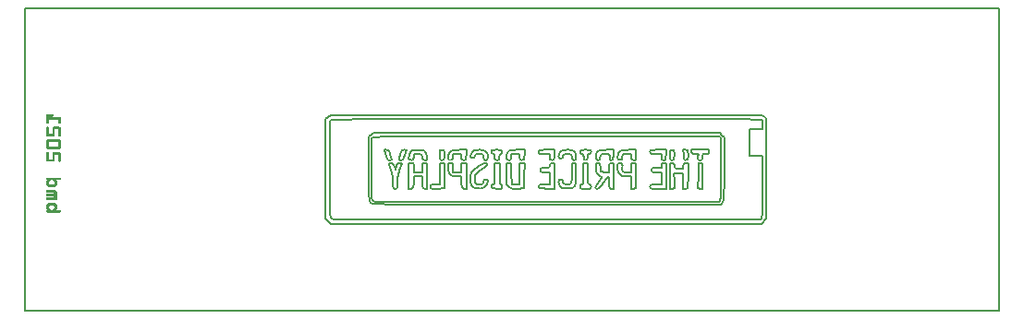
<source format=gbr>
G04 DesignSpark PCB Gerber Version 10.0 Build 5299*
G04 #@! TF.Part,Single*
G04 #@! TF.FileFunction,Legend,Bot*
G04 #@! TF.FilePolarity,Positive*
%FSLAX35Y35*%
%MOIN*%
%ADD13C,0.00100*%
%ADD25C,0.00500*%
G04 #@! TD.AperFunction*
X0Y0D02*
D02*
D13*
X12520Y39218D02*
X11052D01*
X11270Y39495D01*
X11320Y39560D01*
X11363Y39626D01*
X11401Y39691D01*
X11432Y39756D01*
X11455Y39826D01*
X11470Y39895D01*
X11482Y39964D01*
X11486Y40033D01*
Y40602D01*
X11482Y40683D01*
X11470Y40756D01*
X11455Y40829D01*
X11432Y40902D01*
X11401Y40971D01*
X11363Y41037D01*
X11320Y41102D01*
X11270Y41164D01*
X11013Y41463D01*
X10955Y41521D01*
X10882Y41575D01*
X10802Y41621D01*
X10706Y41663D01*
X10606Y41698D01*
X10506Y41725D01*
X10409Y41740D01*
X10313Y41744D01*
X9048D01*
X8964Y41740D01*
X8875Y41725D01*
X8783Y41702D01*
X8691Y41671D01*
X8602Y41633D01*
X8526Y41591D01*
X8460Y41544D01*
X8410Y41498D01*
X8156Y41229D01*
X8106Y41171D01*
X8060Y41102D01*
X8014Y41021D01*
X7976Y40929D01*
X7941Y40837D01*
X7914Y40752D01*
X7899Y40675D01*
X7895Y40602D01*
Y40068D01*
X7902Y39972D01*
X7922Y39868D01*
X7956Y39768D01*
X8002Y39660D01*
X8064Y39553D01*
X8141Y39445D01*
X8226Y39333D01*
X8329Y39218D01*
X8206D01*
X8145Y39214D01*
X8087Y39195D01*
X8033Y39168D01*
X7987Y39126D01*
X7945Y39080D01*
X7918Y39026D01*
X7899Y38968D01*
X7895Y38907D01*
X7899Y38845D01*
X7918Y38787D01*
X7945Y38734D01*
X7987Y38688D01*
X8033Y38645D01*
X8087Y38619D01*
X8145Y38603D01*
X8206Y38595D01*
X12520D01*
X12581Y38603D01*
X12639Y38619D01*
X12693Y38649D01*
X12739Y38688D01*
X12781Y38738D01*
X12808Y38787D01*
X12824Y38845D01*
X12831Y38907D01*
X12824Y38968D01*
X12808Y39026D01*
X12781Y39080D01*
X12739Y39126D01*
X12693Y39168D01*
X12639Y39195D01*
X12581Y39214D01*
X12520Y39218D01*
X10855Y40556D02*
Y40126D01*
X10852Y40052D01*
X10836Y39987D01*
X10817Y39933D01*
X10786Y39887D01*
X10306Y39326D01*
X10252Y39280D01*
X10186Y39245D01*
X10106Y39226D01*
X10017Y39218D01*
X9310D01*
X9237Y39226D01*
X9167Y39249D01*
X9106Y39287D01*
X9052Y39341D01*
X8625Y39841D01*
X8583Y39899D01*
X8548Y39952D01*
X8533Y40010D01*
X8526Y40068D01*
Y40579D01*
X8529Y40629D01*
X8541Y40679D01*
X8564Y40725D01*
X8591Y40764D01*
X8814Y41014D01*
X8856Y41056D01*
X8906Y41091D01*
X8964Y41106D01*
X9025Y41114D01*
X10344D01*
X10417Y41106D01*
X10478Y41091D01*
X10536Y41056D01*
X10578Y41014D01*
X10771Y40787D01*
X10806Y40733D01*
X10832Y40675D01*
X10852Y40618D01*
X10855Y40556D01*
X8206Y43098D02*
X11167D01*
X11228Y43105D01*
X11286Y43120D01*
X11340Y43148D01*
X11386Y43190D01*
X11428Y43236D01*
X11455Y43290D01*
X11470Y43348D01*
X11478Y43409D01*
X11474Y43467D01*
X11463Y43517D01*
X11444Y43563D01*
X11417Y43605D01*
X11386Y43640D01*
X11344Y43670D01*
X11298Y43693D01*
X11240Y43713D01*
X11298Y43778D01*
X11347Y43847D01*
X11390Y43917D01*
X11424Y43986D01*
X11451Y44063D01*
X11470Y44135D01*
X11482Y44213D01*
X11486Y44293D01*
X11482Y44381D01*
X11467Y44470D01*
X11440Y44555D01*
X11405Y44631D01*
X11359Y44709D01*
X11305Y44778D01*
X11240Y44847D01*
X11167Y44908D01*
X11240Y44981D01*
X11305Y45058D01*
X11359Y45139D01*
X11405Y45220D01*
X11440Y45300D01*
X11467Y45385D01*
X11482Y45474D01*
X11486Y45562D01*
X11482Y45631D01*
X11474Y45700D01*
X11455Y45770D01*
X11436Y45831D01*
X11405Y45893D01*
X11370Y45954D01*
X11328Y46008D01*
X11278Y46066D01*
X11224Y46116D01*
X11170Y46158D01*
X11109Y46196D01*
X11044Y46227D01*
X10978Y46254D01*
X10905Y46273D01*
X10832Y46285D01*
X10756Y46293D01*
X8206Y46381D01*
X8145Y46377D01*
X8087Y46358D01*
X8037Y46327D01*
X7987Y46289D01*
X7945Y46239D01*
X7918Y46189D01*
X7899Y46131D01*
X7895Y46070D01*
X7899Y46008D01*
X7918Y45950D01*
X7949Y45896D01*
X7987Y45846D01*
X8037Y45804D01*
X8087Y45777D01*
X8145Y45758D01*
X8206Y45750D01*
X10656Y45677D01*
X10702Y45674D01*
X10744Y45666D01*
X10778Y45658D01*
X10806Y45643D01*
X10828Y45628D01*
X10844Y45604D01*
X10852Y45581D01*
X10855Y45554D01*
X10852Y45524D01*
X10840Y45489D01*
X10824Y45458D01*
X10798Y45424D01*
X10486Y45051D01*
X8206D01*
X8145Y45047D01*
X8091Y45028D01*
X8037Y45001D01*
X7991Y44958D01*
X7952Y44912D01*
X7926Y44858D01*
X7906Y44801D01*
X7902Y44739D01*
X7906Y44678D01*
X7926Y44620D01*
X7952Y44570D01*
X7995Y44520D01*
X8041Y44481D01*
X8095Y44451D01*
X8152Y44435D01*
X8214Y44428D01*
X10694D01*
X10732Y44424D01*
X10767Y44420D01*
X10794Y44409D01*
X10817Y44393D01*
X10832Y44374D01*
X10844Y44351D01*
X10852Y44324D01*
X10855Y44289D01*
X10852Y44259D01*
X10844Y44228D01*
X10828Y44197D01*
X10806Y44170D01*
X10429Y43720D01*
X8206D01*
X8145Y43717D01*
X8087Y43697D01*
X8037Y43670D01*
X7987Y43632D01*
X7945Y43586D01*
X7918Y43532D01*
X7899Y43478D01*
X7895Y43417D01*
X7899Y43355D01*
X7918Y43294D01*
X7945Y43240D01*
X7987Y43194D01*
X8037Y43151D01*
X8087Y43120D01*
X8145Y43105D01*
X8206Y43098D01*
X11044Y50280D02*
X12520D01*
X12581Y50283D01*
X12639Y50303D01*
X12693Y50330D01*
X12739Y50368D01*
X12781Y50414D01*
X12808Y50468D01*
X12824Y50522D01*
X12831Y50583D01*
X12824Y50645D01*
X12808Y50706D01*
X12781Y50760D01*
X12739Y50806D01*
X12693Y50848D01*
X12639Y50879D01*
X12581Y50894D01*
X12520Y50902D01*
X8206D01*
X8145Y50898D01*
X8087Y50879D01*
X8033Y50848D01*
X7987Y50810D01*
X7945Y50760D01*
X7918Y50710D01*
X7899Y50652D01*
X7895Y50591D01*
X7899Y50526D01*
X7918Y50468D01*
X7945Y50414D01*
X7987Y50368D01*
X8033Y50330D01*
X8087Y50303D01*
X8145Y50283D01*
X8206Y50280D01*
X8345D01*
X8241Y50168D01*
X8148Y50057D01*
X8072Y49945D01*
X8006Y49837D01*
X7956Y49733D01*
X7922Y49626D01*
X7902Y49526D01*
X7895Y49426D01*
Y48895D01*
X7899Y48815D01*
X7910Y48734D01*
X7933Y48653D01*
X7964Y48576D01*
X8002Y48496D01*
X8049Y48415D01*
X8106Y48334D01*
X8168Y48253D01*
X8387Y47996D01*
X8437Y47950D01*
X8502Y47907D01*
X8579Y47865D01*
X8675Y47826D01*
X8772Y47792D01*
X8868Y47765D01*
X8960Y47750D01*
X9048Y47746D01*
X10321D01*
X10425Y47750D01*
X10528Y47769D01*
X10628Y47796D01*
X10728Y47834D01*
X10824Y47880D01*
X10905Y47930D01*
X10970Y47984D01*
X11028Y48042D01*
X11248Y48300D01*
X11305Y48369D01*
X11351Y48442D01*
X11394Y48519D01*
X11424Y48599D01*
X11451Y48680D01*
X11470Y48765D01*
X11482Y48853D01*
X11486Y48945D01*
Y49395D01*
X11482Y49487D01*
X11470Y49576D01*
X11447Y49661D01*
X11420Y49745D01*
X11382Y49830D01*
X11340Y49910D01*
X11286Y49987D01*
X11224Y50064D01*
X11044Y50280D01*
X10855Y49372D02*
Y48938D01*
X10848Y48872D01*
X10828Y48807D01*
X10798Y48745D01*
X10756Y48688D01*
X10578Y48488D01*
X10528Y48442D01*
X10475Y48411D01*
X10413Y48392D01*
X10344Y48384D01*
X9018D01*
X8956Y48392D01*
X8894Y48415D01*
X8841Y48453D01*
X8787Y48507D01*
X8610Y48711D01*
X8572Y48761D01*
X8544Y48811D01*
X8529Y48861D01*
X8526Y48915D01*
Y49426D01*
X8533Y49476D01*
X8552Y49533D01*
X8591Y49595D01*
X8641Y49664D01*
X9052Y50156D01*
X9079Y50187D01*
X9110Y50210D01*
X9141Y50233D01*
X9171Y50249D01*
X9241Y50272D01*
X9317Y50280D01*
X9990D01*
X10044D01*
X10098Y50272D01*
X10144Y50260D01*
X10186Y50249D01*
X10229Y50230D01*
X10263Y50206D01*
X10298Y50180D01*
X10325Y50149D01*
X10763Y49641D01*
X10802Y49587D01*
X10832Y49522D01*
X10848Y49453D01*
X10855Y49372D01*
X7902Y59787D02*
Y56950D01*
X10059D01*
X10121Y56954D01*
X10183Y56962D01*
X10244Y56977D01*
X10298Y56996D01*
X10356Y57023D01*
X10406Y57054D01*
X10456Y57093D01*
X10506Y57135D01*
X10548Y57181D01*
X10586Y57231D01*
X10617Y57281D01*
X10644Y57335D01*
X10663Y57392D01*
X10678Y57450D01*
X10686Y57511D01*
X10690Y57573D01*
Y59469D01*
X12209D01*
Y57239D01*
X12213Y57177D01*
X12232Y57115D01*
X12259Y57065D01*
X12301Y57015D01*
X12347Y56977D01*
X12401Y56950D01*
X12459Y56931D01*
X12520Y56927D01*
X12581Y56931D01*
X12639Y56950D01*
X12693Y56977D01*
X12739Y57015D01*
X12781Y57065D01*
X12808Y57115D01*
X12824Y57177D01*
X12831Y57239D01*
Y59469D01*
X12828Y59530D01*
X12820Y59591D01*
X12805Y59653D01*
X12785Y59711D01*
X12758Y59765D01*
X12728Y59815D01*
X12689Y59865D01*
X12647Y59915D01*
X12601Y59957D01*
X12551Y59995D01*
X12501Y60026D01*
X12447Y60053D01*
X12389Y60072D01*
X12331Y60087D01*
X12270Y60095D01*
X12209Y60099D01*
X10690D01*
X10625Y60095D01*
X10563Y60087D01*
X10502Y60072D01*
X10448Y60053D01*
X10390Y60026D01*
X10340Y59995D01*
X10290Y59957D01*
X10244Y59915D01*
X10198Y59865D01*
X10163Y59815D01*
X10133Y59765D01*
X10106Y59711D01*
X10086Y59653D01*
X10071Y59591D01*
X10063Y59530D01*
X10059Y59469D01*
Y57573D01*
X8526D01*
Y59787D01*
X8518Y59849D01*
X8502Y59907D01*
X8476Y59957D01*
X8433Y60007D01*
X8387Y60045D01*
X8333Y60076D01*
X8276Y60095D01*
X8214Y60099D01*
X8152Y60095D01*
X8095Y60076D01*
X8041Y60045D01*
X7995Y60007D01*
X7952Y59957D01*
X7926Y59907D01*
X7906Y59849D01*
X7902Y59787D01*
X8502Y61537D02*
X12235D01*
X12297Y61541D01*
X12355Y61548D01*
X12413Y61564D01*
X12466Y61583D01*
X12516Y61606D01*
X12566Y61637D01*
X12616Y61675D01*
X12662Y61714D01*
X12701Y61760D01*
X12739Y61810D01*
X12770Y61860D01*
X12793Y61910D01*
X12812Y61964D01*
X12828Y62021D01*
X12835Y62079D01*
X12839Y62137D01*
Y64082D01*
X12835Y64144D01*
X12828Y64201D01*
X12812Y64255D01*
X12793Y64309D01*
X12770Y64359D01*
X12739Y64409D01*
X12701Y64455D01*
X12662Y64501D01*
X12616Y64543D01*
X12566Y64578D01*
X12516Y64609D01*
X12466Y64636D01*
X12413Y64655D01*
X12355Y64667D01*
X12297Y64674D01*
X12235Y64678D01*
X8502D01*
X8444Y64674D01*
X8383Y64667D01*
X8326Y64655D01*
X8272Y64636D01*
X8222Y64609D01*
X8172Y64578D01*
X8126Y64543D01*
X8080Y64501D01*
X8037Y64455D01*
X8002Y64409D01*
X7972Y64359D01*
X7945Y64309D01*
X7926Y64251D01*
X7914Y64197D01*
X7906Y64136D01*
X7902Y64078D01*
Y62137D01*
X7906Y62075D01*
X7914Y62017D01*
X7926Y61960D01*
X7945Y61906D01*
X7972Y61852D01*
X8002Y61802D01*
X8037Y61756D01*
X8080Y61710D01*
X8126Y61671D01*
X8172Y61637D01*
X8222Y61606D01*
X8272Y61579D01*
X8326Y61560D01*
X8383Y61548D01*
X8444Y61541D01*
X8502Y61537D01*
X8526Y64063D02*
X12209D01*
Y62160D01*
X8526D01*
Y64063D01*
X7902Y68976D02*
Y66139D01*
X10059D01*
X10121Y66143D01*
X10183Y66150D01*
X10244Y66166D01*
X10298Y66185D01*
X10356Y66212D01*
X10406Y66243D01*
X10456Y66281D01*
X10506Y66324D01*
X10548Y66370D01*
X10586Y66420D01*
X10617Y66470D01*
X10644Y66524D01*
X10663Y66581D01*
X10678Y66639D01*
X10686Y66700D01*
X10690Y66762D01*
Y68657D01*
X12209D01*
Y66428D01*
X12213Y66366D01*
X12232Y66304D01*
X12259Y66254D01*
X12301Y66204D01*
X12347Y66166D01*
X12401Y66139D01*
X12459Y66120D01*
X12520Y66116D01*
X12581Y66120D01*
X12639Y66139D01*
X12693Y66166D01*
X12739Y66204D01*
X12781Y66254D01*
X12808Y66304D01*
X12824Y66366D01*
X12831Y66428D01*
Y68657D01*
X12828Y68719D01*
X12820Y68780D01*
X12805Y68842D01*
X12785Y68900D01*
X12758Y68954D01*
X12728Y69004D01*
X12689Y69053D01*
X12647Y69103D01*
X12601Y69146D01*
X12551Y69184D01*
X12501Y69215D01*
X12447Y69242D01*
X12389Y69261D01*
X12331Y69276D01*
X12270Y69284D01*
X12209Y69288D01*
X10690D01*
X10625Y69284D01*
X10563Y69276D01*
X10502Y69261D01*
X10448Y69242D01*
X10390Y69215D01*
X10340Y69184D01*
X10290Y69146D01*
X10244Y69103D01*
X10198Y69053D01*
X10163Y69004D01*
X10133Y68954D01*
X10106Y68900D01*
X10086Y68842D01*
X10071Y68780D01*
X10063Y68719D01*
X10059Y68657D01*
Y66762D01*
X8526D01*
Y68976D01*
X8518Y69038D01*
X8502Y69096D01*
X8476Y69146D01*
X8433Y69196D01*
X8387Y69234D01*
X8333Y69265D01*
X8276Y69284D01*
X8214Y69288D01*
X8152Y69284D01*
X8095Y69265D01*
X8041Y69234D01*
X7995Y69196D01*
X7952Y69146D01*
X7926Y69096D01*
X7906Y69038D01*
X7902Y68976D01*
X8526Y71033D02*
Y71991D01*
X12209D01*
Y71049D01*
X12213Y70987D01*
X12232Y70930D01*
X12259Y70876D01*
X12301Y70830D01*
X12347Y70787D01*
X12401Y70760D01*
X12459Y70745D01*
X12520Y70737D01*
X12581Y70745D01*
X12639Y70760D01*
X12693Y70787D01*
X12739Y70830D01*
X12781Y70876D01*
X12808Y70930D01*
X12824Y70987D01*
X12831Y71049D01*
Y72613D01*
X8526D01*
Y73240D01*
X9825D01*
X9887Y73248D01*
X9940Y73263D01*
X9994Y73290D01*
X10044Y73333D01*
X10083Y73379D01*
X10113Y73433D01*
X10129Y73490D01*
X10136Y73552D01*
X10129Y73613D01*
X10113Y73671D01*
X10086Y73725D01*
X10044Y73771D01*
X9998Y73813D01*
X9944Y73840D01*
X9887Y73859D01*
X9825Y73863D01*
X8214D01*
X8152Y73859D01*
X8095Y73840D01*
X8041Y73813D01*
X7995Y73771D01*
X7952Y73725D01*
X7926Y73671D01*
X7906Y73613D01*
X7902Y73552D01*
Y71033D01*
X7906Y70972D01*
X7926Y70914D01*
X7956Y70860D01*
X7995Y70814D01*
X8045Y70772D01*
X8099Y70745D01*
X8160Y70730D01*
X8222Y70722D01*
X8283Y70730D01*
X8337Y70745D01*
X8391Y70772D01*
X8437Y70814D01*
X8476Y70860D01*
X8502Y70914D01*
X8518Y70972D01*
X8526Y71033D01*
X8024Y38654D02*
X12699D01*
X7938Y38748D02*
X12787D01*
X7900Y38842D02*
X12823D01*
X7897Y38935D02*
X12828D01*
X7920Y39029D02*
X12807D01*
X7984Y39123D02*
X12742D01*
X8329Y39217D02*
X9324D01*
X10017D02*
X11050D01*
X8246Y39310D02*
X9083D01*
X10287D02*
X11124D01*
X8172Y39404D02*
X8998D01*
X10372D02*
X11198D01*
X8104Y39498D02*
X8919D01*
X10453D02*
X11272D01*
X8042Y39591D02*
X8839D01*
X10533D02*
X11341D01*
X7992Y39685D02*
X8758D01*
X10613D02*
X11398D01*
X7953Y39779D02*
X8678D01*
X10693D02*
X11439D01*
X7921Y39872D02*
X8602D01*
X10774D02*
X11465D01*
X7904Y39966D02*
X8545D01*
X10829D02*
X11482D01*
X7896Y40060D02*
X8527D01*
X10852D02*
X11486D01*
X7895Y40154D02*
X8526D01*
X10855D02*
X11486D01*
X7895Y40247D02*
X8526D01*
X10855D02*
X11486D01*
X7895Y40341D02*
X8526D01*
X10855D02*
X11486D01*
X7895Y40435D02*
X8526D01*
X10855D02*
X11486D01*
X7895Y40528D02*
X8526D01*
X10855D02*
X11486D01*
X7896Y40622D02*
X8529D01*
X10850D02*
X11485D01*
X7907Y40716D02*
X8559D01*
X10813D02*
X11477D01*
X7932Y40809D02*
X8631D01*
X10752D02*
X11459D01*
X7966Y40903D02*
X8715D01*
X10672D02*
X11431D01*
X8004Y40997D02*
X8799D01*
X10593D02*
X11386D01*
X8054Y41091D02*
X8906D01*
X10478D02*
X11328D01*
X8118Y41184D02*
X11253D01*
X8202Y41278D02*
X11172D01*
X8291Y41372D02*
X11092D01*
X8380Y41465D02*
X11011D01*
X8481Y41559D02*
X10904D01*
X8648Y41653D02*
X10730D01*
X8037Y43152D02*
X11344D01*
X7942Y43246D02*
X11433D01*
X7904Y43339D02*
X11468D01*
X7896Y43433D02*
X11477D01*
X7916Y43527D02*
X11458D01*
X7976Y43620D02*
X11403D01*
X8138Y43714D02*
X11241D01*
X10502Y43808D02*
X11319D01*
X10580Y43902D02*
X11381D01*
X10659Y43995D02*
X11428D01*
X10737Y44089D02*
X11458D01*
X10816Y44183D02*
X11478D01*
X10854Y44276D02*
X11485D01*
X10834Y44370D02*
X11482D01*
X8072Y44464D02*
X11468D01*
X7963Y44557D02*
X11439D01*
X7915Y44651D02*
X11393D01*
X7903Y44745D02*
X11331D01*
X7919Y44839D02*
X11248D01*
X7969Y44932D02*
X11191D01*
X8091Y45026D02*
X11278D01*
X10544Y45120D02*
X11346D01*
X10622Y45213D02*
X11402D01*
X10700Y45307D02*
X11442D01*
X10779Y45401D02*
X11469D01*
X10842Y45494D02*
X11483D01*
X10849Y45588D02*
X11484D01*
X10498Y45682D02*
X11476D01*
X8087Y45776D02*
X11453D01*
X7970Y45869D02*
X11417D01*
X7914Y45963D02*
X11364D01*
X7896Y46057D02*
X11286D01*
X7905Y46150D02*
X11180D01*
X7950Y46244D02*
X11002D01*
X8054Y46338D02*
X9453D01*
X8649Y47837D02*
X10734D01*
X8466Y47931D02*
X10906D01*
X8363Y48024D02*
X11011D01*
X8283Y48118D02*
X11093D01*
X8203Y48212D02*
X11173D01*
X8128Y48306D02*
X11253D01*
X8060Y48399D02*
X8936D01*
X10437D02*
X11324D01*
X8004Y48493D02*
X8801D01*
X10583D02*
X11380D01*
X7960Y48587D02*
X8718D01*
X10666D02*
X11420D01*
X7926Y48680D02*
X8637D01*
X10749D02*
X11451D01*
X7905Y48774D02*
X8565D01*
X10812D02*
X11472D01*
X7896Y48868D02*
X8529D01*
X10846D02*
X11483D01*
X7895Y48961D02*
X8526D01*
X10855D02*
X11486D01*
X7895Y49055D02*
X8526D01*
X10855D02*
X11486D01*
X7895Y49149D02*
X8526D01*
X10855D02*
X11486D01*
X7895Y49243D02*
X8526D01*
X10855D02*
X11486D01*
X7895Y49336D02*
X8526D01*
X10855D02*
X11486D01*
X7895Y49430D02*
X8526D01*
X10850D02*
X11484D01*
X7902Y49524D02*
X8549D01*
X10832D02*
X11477D01*
X7920Y49617D02*
X8607D01*
X10780D02*
X11459D01*
X7949Y49711D02*
X8680D01*
X10703D02*
X11431D01*
X7991Y49805D02*
X8758D01*
X10622D02*
X11393D01*
X8043Y49898D02*
X8836D01*
X10541D02*
X11346D01*
X8104Y49992D02*
X8915D01*
X10460D02*
X11282D01*
X8172Y50086D02*
X8993D01*
X10379D02*
X11206D01*
X8252Y50180D02*
X9072D01*
X10298D02*
X11128D01*
X8339Y50273D02*
X9256D01*
X10098D02*
X11049D01*
X7987Y50367D02*
X12738D01*
X7922Y50461D02*
X12805D01*
X7897Y50554D02*
X12828D01*
X7898Y50648D02*
X12823D01*
X7935Y50742D02*
X12791D01*
X8018Y50835D02*
X12707D01*
X12500Y56926D02*
X12520D01*
X7902Y57020D02*
X10348D01*
X12297D02*
X12743D01*
X7902Y57113D02*
X10480D01*
X12233D02*
X12807D01*
X7902Y57207D02*
X10568D01*
X12211D02*
X12828D01*
X7902Y57301D02*
X10627D01*
X12209D02*
X12831D01*
X7902Y57394D02*
X10664D01*
X12209D02*
X12831D01*
X7902Y57488D02*
X10683D01*
X12209D02*
X12831D01*
X7902Y57582D02*
X8526D01*
X10059D02*
X10690D01*
X12209D02*
X12831D01*
X7902Y57676D02*
X8526D01*
X10059D02*
X10690D01*
X12209D02*
X12831D01*
X7902Y57769D02*
X8526D01*
X10059D02*
X10690D01*
X12209D02*
X12831D01*
X7902Y57863D02*
X8526D01*
X10059D02*
X10690D01*
X12209D02*
X12831D01*
X7902Y57957D02*
X8526D01*
X10059D02*
X10690D01*
X12209D02*
X12831D01*
X7902Y58050D02*
X8526D01*
X10059D02*
X10690D01*
X12209D02*
X12831D01*
X7902Y58144D02*
X8526D01*
X10059D02*
X10690D01*
X12209D02*
X12831D01*
X7902Y58238D02*
X8526D01*
X10059D02*
X10690D01*
X12209D02*
X12831D01*
X7902Y58331D02*
X8526D01*
X10059D02*
X10690D01*
X12209D02*
X12831D01*
X7902Y58425D02*
X8526D01*
X10059D02*
X10690D01*
X12209D02*
X12831D01*
X7902Y58519D02*
X8526D01*
X10059D02*
X10690D01*
X12209D02*
X12831D01*
X7902Y58613D02*
X8526D01*
X10059D02*
X10690D01*
X12209D02*
X12831D01*
X7902Y58706D02*
X8526D01*
X10059D02*
X10690D01*
X12209D02*
X12831D01*
X7902Y58800D02*
X8526D01*
X10059D02*
X10690D01*
X12209D02*
X12831D01*
X7902Y58894D02*
X8526D01*
X10059D02*
X10690D01*
X12209D02*
X12831D01*
X7902Y58987D02*
X8526D01*
X10059D02*
X10690D01*
X12209D02*
X12831D01*
X7902Y59081D02*
X8526D01*
X10059D02*
X10690D01*
X12209D02*
X12831D01*
X7902Y59175D02*
X8526D01*
X10059D02*
X10690D01*
X12209D02*
X12831D01*
X7902Y59269D02*
X8526D01*
X10059D02*
X10690D01*
X12209D02*
X12831D01*
X7902Y59362D02*
X8526D01*
X10059D02*
X10690D01*
X12209D02*
X12831D01*
X7902Y59456D02*
X8526D01*
X10059D02*
X10690D01*
X12209D02*
X12831D01*
X7902Y59550D02*
X8526D01*
X10066D02*
X12825D01*
X7902Y59643D02*
X8526D01*
X10084D02*
X12807D01*
X7902Y59737D02*
X8526D01*
X10119D02*
X12772D01*
X7905Y59831D02*
X8520D01*
X10174D02*
X12715D01*
X7935Y59924D02*
X8493D01*
X10255D02*
X12636D01*
X8009Y60018D02*
X8419D01*
X10377D02*
X12514D01*
X8213Y61611D02*
X12524D01*
X8086Y61705D02*
X12652D01*
X8005Y61798D02*
X12731D01*
X7952Y61892D02*
X12785D01*
X7920Y61986D02*
X12818D01*
X7906Y62080D02*
X12835D01*
X7902Y62173D02*
X8526D01*
X12209D02*
X12839D01*
X7902Y62267D02*
X8526D01*
X12209D02*
X12839D01*
X7902Y62361D02*
X8526D01*
X12209D02*
X12839D01*
X7902Y62454D02*
X8526D01*
X12209D02*
X12839D01*
X7902Y62548D02*
X8526D01*
X12209D02*
X12839D01*
X7902Y62642D02*
X8526D01*
X12209D02*
X12839D01*
X7902Y62735D02*
X8526D01*
X12209D02*
X12839D01*
X7902Y62829D02*
X8526D01*
X12209D02*
X12839D01*
X7902Y62923D02*
X8526D01*
X12209D02*
X12839D01*
X7902Y63017D02*
X8526D01*
X12209D02*
X12839D01*
X7902Y63110D02*
X8526D01*
X12209D02*
X12839D01*
X7902Y63204D02*
X8526D01*
X12209D02*
X12839D01*
X7902Y63298D02*
X8526D01*
X12209D02*
X12839D01*
X7902Y63391D02*
X8526D01*
X12209D02*
X12839D01*
X7902Y63485D02*
X8526D01*
X12209D02*
X12839D01*
X7902Y63579D02*
X8526D01*
X12209D02*
X12839D01*
X7902Y63672D02*
X8526D01*
X12209D02*
X12839D01*
X7902Y63766D02*
X8526D01*
X12209D02*
X12839D01*
X7902Y63860D02*
X8526D01*
X12209D02*
X12839D01*
X7902Y63954D02*
X8526D01*
X12209D02*
X12839D01*
X7902Y64047D02*
X8526D01*
X12209D02*
X12839D01*
X7907Y64141D02*
X12835D01*
X7922Y64235D02*
X12818D01*
X7955Y64328D02*
X12784D01*
X8012Y64422D02*
X12728D01*
X8095Y64516D02*
X12646D01*
X8222Y64609D02*
X12515D01*
X7902Y66202D02*
X10335D01*
X12303D02*
X12737D01*
X7902Y66296D02*
X10473D01*
X12236D02*
X12804D01*
X7902Y66390D02*
X10563D01*
X12211D02*
X12827D01*
X7902Y66483D02*
X10624D01*
X12209D02*
X12831D01*
X7902Y66577D02*
X10662D01*
X12209D02*
X12831D01*
X7902Y66671D02*
X10682D01*
X12209D02*
X12831D01*
X7902Y66765D02*
X8526D01*
X10059D02*
X10690D01*
X12209D02*
X12831D01*
X7902Y66858D02*
X8526D01*
X10059D02*
X10690D01*
X12209D02*
X12831D01*
X7902Y66952D02*
X8526D01*
X10059D02*
X10690D01*
X12209D02*
X12831D01*
X7902Y67046D02*
X8526D01*
X10059D02*
X10690D01*
X12209D02*
X12831D01*
X7902Y67139D02*
X8526D01*
X10059D02*
X10690D01*
X12209D02*
X12831D01*
X7902Y67233D02*
X8526D01*
X10059D02*
X10690D01*
X12209D02*
X12831D01*
X7902Y67327D02*
X8526D01*
X10059D02*
X10690D01*
X12209D02*
X12831D01*
X7902Y67420D02*
X8526D01*
X10059D02*
X10690D01*
X12209D02*
X12831D01*
X7902Y67514D02*
X8526D01*
X10059D02*
X10690D01*
X12209D02*
X12831D01*
X7902Y67608D02*
X8526D01*
X10059D02*
X10690D01*
X12209D02*
X12831D01*
X7902Y67702D02*
X8526D01*
X10059D02*
X10690D01*
X12209D02*
X12831D01*
X7902Y67795D02*
X8526D01*
X10059D02*
X10690D01*
X12209D02*
X12831D01*
X7902Y67889D02*
X8526D01*
X10059D02*
X10690D01*
X12209D02*
X12831D01*
X7902Y67983D02*
X8526D01*
X10059D02*
X10690D01*
X12209D02*
X12831D01*
X7902Y68076D02*
X8526D01*
X10059D02*
X10690D01*
X12209D02*
X12831D01*
X7902Y68170D02*
X8526D01*
X10059D02*
X10690D01*
X12209D02*
X12831D01*
X7902Y68264D02*
X8526D01*
X10059D02*
X10690D01*
X12209D02*
X12831D01*
X7902Y68357D02*
X8526D01*
X10059D02*
X10690D01*
X12209D02*
X12831D01*
X7902Y68451D02*
X8526D01*
X10059D02*
X10690D01*
X12209D02*
X12831D01*
X7902Y68545D02*
X8526D01*
X10059D02*
X10690D01*
X12209D02*
X12831D01*
X7902Y68639D02*
X8526D01*
X10059D02*
X10690D01*
X12209D02*
X12831D01*
X7902Y68732D02*
X8526D01*
X10065D02*
X12826D01*
X7902Y68826D02*
X8526D01*
X10082D02*
X12809D01*
X7902Y68920D02*
X8526D01*
X10116D02*
X12775D01*
X7905Y69013D02*
X8521D01*
X10170D02*
X12720D01*
X7932Y69107D02*
X8496D01*
X10248D02*
X12643D01*
X8001Y69201D02*
X8427D01*
X10367D02*
X12524D01*
X8019Y70794D02*
X8415D01*
X12340D02*
X12700D01*
X7941Y70887D02*
X8489D01*
X12253D02*
X12787D01*
X7906Y70981D02*
X8519D01*
X12215D02*
X12822D01*
X7902Y71075D02*
X8526D01*
X12209D02*
X12831D01*
X7902Y71169D02*
X8526D01*
X12209D02*
X12831D01*
X7902Y71262D02*
X8526D01*
X12209D02*
X12831D01*
X7902Y71356D02*
X8526D01*
X12209D02*
X12831D01*
X7902Y71450D02*
X8526D01*
X12209D02*
X12831D01*
X7902Y71543D02*
X8526D01*
X12209D02*
X12831D01*
X7902Y71637D02*
X8526D01*
X12209D02*
X12831D01*
X7902Y71731D02*
X8526D01*
X12209D02*
X12831D01*
X7902Y71824D02*
X8526D01*
X12209D02*
X12831D01*
X7902Y71918D02*
X8526D01*
X12209D02*
X12831D01*
X7902Y72012D02*
X12831D01*
X7902Y72106D02*
X12831D01*
X7902Y72199D02*
X12831D01*
X7902Y72293D02*
X12831D01*
X7902Y72387D02*
X12831D01*
X7902Y72480D02*
X12831D01*
X7902Y72574D02*
X12831D01*
X7902Y72668D02*
X8526D01*
X7902Y72761D02*
X8526D01*
X7902Y72855D02*
X8526D01*
X7902Y72949D02*
X8526D01*
X7902Y73043D02*
X8526D01*
X7902Y73136D02*
X8526D01*
X7902Y73230D02*
X8526D01*
X7902Y73324D02*
X10033D01*
X7902Y73417D02*
X10105D01*
X7902Y73511D02*
X10131D01*
X7906Y73605D02*
X10130D01*
X7939Y73698D02*
X10100D01*
X8018Y73792D02*
X10021D01*
D02*
D25*
X250Y2772D02*
X351431D01*
Y112220D01*
X250D01*
Y2772D01*
X110369Y71572D02*
G75*
G03*
X110294Y71183I1046J-402D01*
G01*
G75*
G03*
X110240Y66136I4590223J-51935D01*
G01*
G75*
G03*
X110200Y60423I909165J-9248D01*
G01*
G75*
G03*
X110186Y53732I1711433J-6769D01*
G01*
G75*
G03*
X110198Y42559I5518787J53D01*
G01*
G75*
G03*
X110265Y38685I125939J263D01*
G01*
G75*
G03*
X110396Y36614I34076J1118D01*
G01*
G75*
G03*
X110767Y36057I704J66D01*
G01*
G75*
G03*
X111767Y35806I1002J1872D01*
G01*
G75*
G03*
X188147Y35741I1899175J843519190D01*
G01*
G75*
G03*
X264367Y35680I1203575J843519255D01*
G01*
G75*
G03*
X265712Y35928I3J3747D01*
G01*
G75*
G03*
X265995Y36302I-159J415D01*
G01*
G75*
G03*
X266107Y37980I-32564J3020D01*
G01*
G75*
G03*
X266173Y40884I-78653J3233D01*
G01*
G75*
G03*
X266186Y47478I-1594237J6533D01*
G01*
Y58846D01*
X261686D01*
Y68446D01*
X266186D01*
Y70046D01*
G75*
G03*
X266172Y70674I-13522J0D01*
G01*
G75*
G03*
X266128Y71235I-8763J-406D01*
G01*
G75*
G03*
X266065Y71693I-9112J-1014D01*
G01*
G75*
G03*
X265788Y71929I-278J-45D01*
G01*
G75*
G03*
X243045Y71987I-1691898J-651547725D01*
G01*
G75*
G03*
X217945Y72032I-40561J-15803535D01*
G01*
G75*
G03*
X188169Y72046I-30063J-31019277D01*
G01*
G75*
G03*
X141941Y72034I948J-88287387D01*
G01*
G75*
G03*
X122893Y71970I1896J-3432081D01*
G01*
G75*
G03*
X110825Y71888I51460J-8432104D01*
G01*
G75*
G03*
X110369Y71572I4J-493D01*
G01*
X125369Y65272D02*
G75*
G03*
X125294Y64893I1041J-400D01*
G01*
G75*
G03*
X125240Y61686I1249682J-22933D01*
G01*
G75*
G03*
X125200Y58008I382470J-6015D01*
G01*
G75*
G03*
X125186Y53732I695938J-4317D01*
G01*
G75*
G03*
X125198Y46706I2053993J55D01*
G01*
G75*
G03*
X125267Y44169I53398J181D01*
G01*
G75*
G03*
X125414Y42846I11205J574D01*
G01*
G75*
G03*
X125767Y42357I676J116D01*
G01*
G75*
G03*
X126765Y42106I1000J1869D01*
G01*
G75*
G03*
X188148Y42041I966823J843512889D01*
G01*
G75*
G03*
X249371Y41981I716357J701571000D01*
G01*
G75*
G03*
X250712Y42228I4J3732D01*
G01*
G75*
G03*
X250995Y42602I-159J415D01*
G01*
G75*
G03*
X251107Y44296I-33338J3059D01*
G01*
G75*
G03*
X251173Y47224I-79985J3261D01*
G01*
G75*
G03*
X251186Y53878I-1622396J6591D01*
G01*
G75*
G03*
X251172Y58289I-675761J34D01*
G01*
G75*
G03*
X251128Y62036I-353691J-2326D01*
G01*
G75*
G03*
X251068Y65354I-2088943J-35772D01*
G01*
G75*
G03*
X250986Y65546I-279J-6D01*
G01*
G75*
G03*
X250789Y65629I-199J-198D01*
G01*
G75*
G03*
X232451Y65687I-1129519J-350218543D01*
G01*
G75*
G03*
X212193Y65732I-32687J-10271773D01*
G01*
G75*
G03*
X188169Y65746I-24286J-20242597D01*
G01*
G75*
G03*
X150915Y65734I369J-56169695D01*
G01*
G75*
G03*
X135522Y65670I1521J-2238529D01*
G01*
G75*
G03*
X125822Y65587I33283J-4411085D01*
G01*
G75*
G03*
X125369Y65272I5J-491D01*
G01*
X132029Y59176D02*
X132627Y57405D01*
X131900Y57266D01*
G75*
G02*
X131368Y57238I-368J1925D01*
G01*
G75*
G02*
X131055Y57405I37J446D01*
G01*
G75*
G02*
X130796Y57866I1301J1036D01*
G01*
G75*
G02*
X130288Y59291I65792J24236D01*
G01*
X129719Y60946D01*
X130575D01*
G75*
G02*
X131070Y60875I-1J-1763D01*
G01*
G75*
G02*
X131390Y60664I-183J-624D01*
G01*
G75*
G02*
X131654Y60211I-1277J-1049D01*
G01*
G75*
G02*
X132029Y59176I-23682J-9158D01*
G01*
X135370Y53597D02*
G75*
G03*
X134953Y52278I24006J-8314D01*
G01*
G75*
G03*
X134684Y51148I12230J-3507D01*
G01*
G75*
G03*
X134536Y50078I10580J-2009D01*
G01*
G75*
G03*
X134486Y48947I12911J-1133D01*
G01*
G75*
G02*
X134471Y47601I-60164J-4D01*
G01*
G75*
G02*
X134385Y47131I-1495J33D01*
G01*
G75*
G02*
X134170Y46919I-329J117D01*
G01*
G75*
G02*
X133736Y46846I-433J1259D01*
G01*
G75*
G02*
X133303Y46922I0J1281D01*
G01*
G75*
G02*
X133087Y47141I120J334D01*
G01*
G75*
G02*
X133001Y47628I1524J520D01*
G01*
G75*
G02*
X132986Y49044I68289J1430D01*
G01*
G75*
G03*
X132943Y50177I-14638J3D01*
G01*
G75*
G03*
X132811Y51243I-11742J-912D01*
G01*
G75*
G03*
X132579Y52310I-12036J-2053D01*
G01*
G75*
G03*
X132236Y53446I-16487J-4354D01*
G01*
G75*
G02*
X131628Y55279I120250J40902D01*
G01*
G75*
G02*
X131546Y55837I1625J525D01*
G01*
G75*
G02*
X131739Y56069I241J-4D01*
G01*
G75*
G02*
X132287Y56091I345J-1689D01*
G01*
G75*
G02*
X132691Y55989I-191J-1601D01*
G01*
G75*
G02*
X132991Y55793I-328J-829D01*
G01*
G75*
G02*
X133226Y55463I-859J-863D01*
G01*
G75*
G02*
X133439Y54946I-3822J-1871D01*
G01*
X133790Y53896D01*
X134161Y55021D01*
G75*
G02*
X134395Y55626I6183J-2041D01*
G01*
G75*
G02*
X134622Y55941I868J-386D01*
G01*
G75*
G02*
X134925Y56096I439J-481D01*
G01*
G75*
G02*
X135393Y56146I470J-2183D01*
G01*
X136253D01*
X135370Y53597D01*
X137786Y60850D02*
G75*
G02*
X137717Y60443I-1226J-1D01*
G01*
G75*
G02*
X137247Y59143I-79702J28070D01*
G01*
G75*
G02*
X136755Y57844I-84592J31345D01*
G01*
G75*
G02*
X136551Y57515I-984J382D01*
G01*
G75*
G02*
X136185Y57265I-712J649D01*
G01*
G75*
G02*
X135673Y57149I-660J1715D01*
G01*
G75*
G02*
X135241Y57192I-98J1210D01*
G01*
G75*
G02*
X135086Y57397I59J205D01*
G01*
G75*
G02*
X135111Y57612I942J-2D01*
G01*
G75*
G02*
X135235Y58112I21504J-5030D01*
G01*
G75*
G02*
X135398Y58706I20586J-5342D01*
G01*
G75*
G02*
X135591Y59345I28068J-8148D01*
G01*
G75*
G02*
X135908Y60268I18145J-5716D01*
G01*
G75*
G02*
X136152Y60684I1321J-493D01*
G01*
G75*
G02*
X136459Y60881I471J-397D01*
G01*
G75*
G02*
X136941Y60946I483J-1752D01*
G01*
G75*
G02*
X137265Y60939I-3J-7558D01*
G01*
G75*
G02*
X137538Y60918I-169J-3859D01*
G01*
G75*
G02*
X137754Y60888I-511J-4537D01*
G01*
G75*
G02*
X137786Y60850I-7J-38D01*
G01*
X144018Y60745D02*
G75*
G02*
X144591Y60235I-424J-1054D01*
G01*
G75*
G02*
X145080Y59096I-5826J-3171D01*
G01*
G75*
G02*
X145343Y57913I-6259J-2012D01*
G01*
G75*
G02*
X145130Y57289I-742J-94D01*
G01*
G75*
G02*
X145024Y57237I-131J131D01*
G01*
G75*
G02*
X144805Y57219I-257J1821D01*
G01*
G75*
G02*
X144535Y57230I-44J2300D01*
G01*
G75*
G02*
X144246Y57271I304J3161D01*
G01*
G75*
G02*
X143889Y57389I276J1436D01*
G01*
G75*
G02*
X143654Y57580I277J579D01*
G01*
G75*
G02*
X143509Y57883I671J508D01*
G01*
G75*
G02*
X143428Y58353I3119J780D01*
G01*
G75*
G03*
X143330Y58911I-3664J-356D01*
G01*
G75*
G03*
X143147Y59174I-443J-113D01*
G01*
G75*
G03*
X142793Y59307I-448J-650D01*
G01*
G75*
G03*
X141930Y59387I-1879J-15666D01*
G01*
X140524Y59478D01*
X140430Y58337D01*
G75*
G02*
X140333Y57626I-6666J549D01*
G01*
G75*
G02*
X140150Y57340I-448J86D01*
G01*
G75*
G02*
X139804Y57239I-320J448D01*
G01*
G75*
G02*
X138986Y57309I497J10609D01*
G01*
G75*
G02*
X138702Y57598I41J324D01*
G01*
G75*
G02*
X138705Y58453I3885J417D01*
G01*
G75*
G02*
X138917Y59426I4848J-548D01*
G01*
G75*
G02*
X139308Y60156I2264J-743D01*
G01*
G75*
G02*
X139723Y60587I2374J-1866D01*
G01*
G75*
G02*
X140132Y60813I753J-884D01*
G01*
G75*
G02*
X140707Y60910I654J-2111D01*
G01*
G75*
G02*
X141783Y60922I788J-22039D01*
G01*
G75*
G02*
X142521Y60902I-313J-25066D01*
G01*
G75*
G02*
X143204Y60861I-791J-18558D01*
G01*
G75*
G02*
X143774Y60807I-1468J-18540D01*
G01*
G75*
G02*
X144018Y60745I-102J-920D01*
G01*
X145286Y56146D02*
Y46806D01*
X144461Y46901D01*
G75*
G02*
X143976Y47029I202J1756D01*
G01*
G75*
G02*
X143735Y47274I174J413D01*
G01*
G75*
G02*
X143622Y47773I1498J603D01*
G01*
G75*
G02*
X143548Y49171I58859J3784D01*
G01*
X143460Y51346D01*
X140513D01*
X140424Y49171D01*
G75*
G02*
X140351Y47773I-58932J2386D01*
G01*
G75*
G02*
X140238Y47274I-1611J104D01*
G01*
G75*
G02*
X139996Y47029I-416J167D01*
G01*
G75*
G02*
X139511Y46901I-687J1628D01*
G01*
X138686Y46806D01*
Y56146D01*
X139586D01*
G75*
G02*
X140136Y56101I0J-3336D01*
G01*
G75*
G02*
X140370Y55934I-54J-324D01*
G01*
G75*
G02*
X140469Y55571I-713J-389D01*
G01*
G75*
G02*
X140486Y54496I-33572J-1066D01*
G01*
Y52846D01*
X143486D01*
Y54496D01*
G75*
G02*
X143504Y55571I33590J-4D01*
G01*
G75*
G02*
X143602Y55934I812J-26D01*
G01*
G75*
G02*
X143837Y56101I289J-157D01*
G01*
G75*
G02*
X144386Y56146I550J-3288D01*
G01*
X145286D01*
X151409Y59080D02*
G75*
G02*
X151376Y57924I-39959J592D01*
G01*
G75*
G02*
X151281Y57484I-1333J58D01*
G01*
G75*
G02*
X151069Y57282I-329J132D01*
G01*
G75*
G02*
X150659Y57212I-412J1176D01*
G01*
G75*
G02*
X150251Y57283I-2J1204D01*
G01*
G75*
G02*
X150031Y57489I129J358D01*
G01*
G75*
G02*
X149919Y57935I1277J556D01*
G01*
G75*
G02*
X149847Y59078I37295J2925D01*
G01*
G75*
G02*
X149802Y60317I52526J2524D01*
G01*
G75*
G02*
X149874Y60712I997J24D01*
G01*
G75*
G02*
X150089Y60893I277J-111D01*
G01*
G75*
G02*
X150597Y60946I508J-2403D01*
G01*
G75*
G02*
X151102Y60891I0J-2337D01*
G01*
G75*
G02*
X151325Y60707I-69J-311D01*
G01*
G75*
G02*
X151412Y60303I-954J-416D01*
G01*
G75*
G02*
X151409Y59080I-48550J-518D01*
G01*
X151436Y56145D02*
X151377Y46996D01*
X148932Y46909D01*
G75*
G02*
X147307Y46864I-3629J101941D01*
G01*
G75*
G02*
X146793Y46929I-35J1798D01*
G01*
G75*
G02*
X146565Y47139I90J326D01*
G01*
G75*
G02*
X146486Y47584I1215J446D01*
G01*
G75*
G02*
X146544Y48022I1705J-1D01*
G01*
G75*
G02*
X146724Y48237I318J-85D01*
G01*
G75*
G02*
X147111Y48329I422J-913D01*
G01*
G75*
G02*
X148136Y48346I1031J-29972D01*
G01*
X149786D01*
Y56146D01*
X150611Y56146D01*
X151436Y56145D01*
X159386Y56146D02*
Y46806D01*
X158561Y46901D01*
G75*
G02*
X158076Y47029I202J1756D01*
G01*
G75*
G02*
X157835Y47274I174J413D01*
G01*
G75*
G02*
X157722Y47773I1498J603D01*
G01*
G75*
G02*
X157648Y49171I58859J3784D01*
G01*
X157560Y51346D01*
X155957D01*
G75*
G02*
X154483Y51485I-1J7876D01*
G01*
G75*
G02*
X153599Y51939I330J1730D01*
G01*
G75*
G02*
X153091Y52806I1251J1316D01*
G01*
G75*
G02*
X152848Y54302I8261J2111D01*
G01*
X152714Y56146D01*
X153650D01*
G75*
G02*
X154230Y56103I-1J-3916D01*
G01*
G75*
G02*
X154469Y55939I-49J-328D01*
G01*
G75*
G02*
X154569Y55581I-673J-382D01*
G01*
G75*
G02*
X154586Y54496I-34298J-1078D01*
G01*
Y52846D01*
X157586D01*
Y54496D01*
G75*
G02*
X157604Y55571I33590J-4D01*
G01*
G75*
G02*
X157702Y55934I812J-26D01*
G01*
G75*
G02*
X157937Y56101I289J-157D01*
G01*
G75*
G02*
X158486Y56146I550J-3288D01*
G01*
X159386D01*
Y59171D02*
G75*
G02*
X159338Y58002I-14186J-3D01*
G01*
G75*
G02*
X159141Y57441I-1173J97D01*
G01*
G75*
G02*
X158759Y57220I-417J281D01*
G01*
G75*
G02*
X158111Y57280I-142J2014D01*
G01*
G75*
G02*
X157874Y57404I148J569D01*
G01*
G75*
G02*
X157710Y57624I420J485D01*
G01*
G75*
G02*
X157616Y57958I1043J475D01*
G01*
G75*
G02*
X157586Y58431I3809J475D01*
G01*
Y59446D01*
X154586D01*
Y58431D01*
G75*
G02*
X154556Y57883I-4853J-2D01*
G01*
G75*
G02*
X154443Y57577I-691J79D01*
G01*
G75*
G02*
X154218Y57391I-421J280D01*
G01*
G75*
G02*
X153813Y57269I-787J1881D01*
G01*
G75*
G02*
X153244Y57271I-278J1454D01*
G01*
G75*
G02*
X152913Y57520I94J471D01*
G01*
G75*
G02*
X152799Y58056I906J472D01*
G01*
G75*
G02*
X152915Y58990I7651J-480D01*
G01*
G75*
G02*
X153285Y59960I2870J-539D01*
G01*
G75*
G02*
X153934Y60555I1336J-806D01*
G01*
G75*
G02*
X155029Y60861I1377J-2808D01*
G01*
G75*
G02*
X156903Y60946I1878J-20684D01*
G01*
X159386D01*
Y59171D01*
X166468Y60192D02*
G75*
G02*
X166832Y59767I-2561J-2563D01*
G01*
G75*
G02*
X167044Y59366I-1278J-933D01*
G01*
G75*
G02*
X167136Y58917I-1533J-547D01*
G01*
G75*
G02*
X167129Y58340I-3975J-239D01*
G01*
G75*
G02*
X167053Y57767I-5962J502D01*
G01*
G75*
G02*
X166923Y57447I-834J154D01*
G01*
G75*
G02*
X166707Y57273I-387J259D01*
G01*
G75*
G02*
X166361Y57194I-429J1085D01*
G01*
G75*
G02*
X166033Y57206I-112J1569D01*
G01*
G75*
G02*
X165831Y57302I52J369D01*
G01*
G75*
G02*
X165721Y57496I252J272D01*
G01*
G75*
G02*
X165686Y57822I1530J328D01*
G01*
G75*
G03*
X165613Y58666I-4900J0D01*
G01*
G75*
G03*
X165365Y59135I-845J-148D01*
G01*
G75*
G03*
X164883Y59376I-625J-644D01*
G01*
G75*
G03*
X164010Y59446I-874J-5411D01*
G01*
G75*
G03*
X163269Y59420I6J-10751D01*
G01*
G75*
G03*
X162891Y59318I68J-997D01*
G01*
G75*
G03*
X162666Y59100I232J-463D01*
G01*
G75*
G03*
X162509Y58696I1540J-830D01*
G01*
G75*
G02*
X162381Y58350I-1669J419D01*
G01*
G75*
G02*
X162199Y58119I-634J315D01*
G01*
G75*
G02*
X161946Y57990I-417J504D01*
G01*
G75*
G02*
X161604Y57946I-341J1321D01*
G01*
G75*
G02*
X161131Y58063I0J1020D01*
G01*
G75*
G02*
X160910Y58370I195J372D01*
G01*
G75*
G02*
X160963Y58904I1053J165D01*
G01*
G75*
G02*
X161325Y59725I6816J-2516D01*
G01*
G75*
G02*
X161758Y60363I2883J-1491D01*
G01*
G75*
G02*
X162256Y60723I1025J-890D01*
G01*
G75*
G02*
X162980Y60898I901J-2141D01*
G01*
G75*
G02*
X164224Y60946I1249J-16218D01*
G01*
G75*
G02*
X165014Y60911I-3J-8888D01*
G01*
G75*
G02*
X165567Y60795I-213J-2394D01*
G01*
G75*
G02*
X166017Y60569I-570J-1696D01*
G01*
G75*
G02*
X166468Y60192I-1880J-2707D01*
G01*
X166893Y55557D02*
G75*
G02*
X166681Y55270I-1115J598D01*
G01*
G75*
G02*
X166253Y54861I-6156J6024D01*
G01*
G75*
G02*
X165724Y54422I-6610J7424D01*
G01*
G75*
G02*
X165157Y54013I-6515J8424D01*
G01*
G75*
G03*
X163555Y52881I24529J-36428D01*
G01*
G75*
G03*
X162831Y52175I2218J-2998D01*
G01*
G75*
G03*
X162496Y51461I1411J-1098D01*
G01*
G75*
G03*
X162386Y50454I4574J-1008D01*
G01*
G75*
G03*
X162466Y49411I6915J2D01*
G01*
G75*
G03*
X162734Y48790I1319J201D01*
G01*
G75*
G03*
X163232Y48457I757J593D01*
G01*
G75*
G03*
X164036Y48346I804J2877D01*
G01*
G75*
G03*
X164734Y48429I1J2990D01*
G01*
G75*
G03*
X165254Y48676I-326J1355D01*
G01*
G75*
G03*
X165573Y49077I-633J830D01*
G01*
G75*
G03*
X165686Y49606I-1174J528D01*
G01*
G75*
G02*
X165733Y49848I649J0D01*
G01*
G75*
G02*
X165866Y50017I357J-144D01*
G01*
G75*
G02*
X166096Y50115I333J-462D01*
G01*
G75*
G02*
X166436Y50146I341J-1858D01*
G01*
G75*
G02*
X166811Y50112I-2J-2087D01*
G01*
G75*
G02*
X167032Y50000I-78J-429D01*
G01*
G75*
G02*
X167150Y49790I-278J-293D01*
G01*
G75*
G02*
X167186Y49437I-1685J-351D01*
G01*
G75*
G02*
X166841Y48293I-2067J0D01*
G01*
G75*
G02*
X165892Y47397I-2402J1594D01*
G01*
G75*
G02*
X164518Y46928I-1850J3173D01*
G01*
G75*
G02*
X162996Y46994I-573J4383D01*
G01*
G75*
G02*
X161983Y47382I782J3559D01*
G01*
G75*
G02*
X161339Y48007I873J1543D01*
G01*
G75*
G02*
X160992Y48984I2213J1338D01*
G01*
G75*
G02*
X160886Y50484I10627J1501D01*
G01*
G75*
G02*
X160983Y51935I10886J0D01*
G01*
G75*
G02*
X161316Y52815I2067J-279D01*
G01*
G75*
G02*
X162072Y53639I3043J-2032D01*
G01*
G75*
G02*
X163964Y55094I37149J-46370D01*
G01*
G75*
G02*
X165157Y55823I4779J-6483D01*
G01*
G75*
G02*
X166257Y56174I1696J-3410D01*
G01*
G75*
G02*
X166808Y56016I106J-670D01*
G01*
G75*
G02*
X166893Y55557I-245J-282D01*
G01*
X171386Y52246D02*
G75*
G03*
X171402Y50119I144581J7D01*
G01*
G75*
G03*
X171470Y49071I10490J156D01*
G01*
G75*
G03*
X171600Y48513I2516J290D01*
G01*
G75*
G03*
X171836Y48346I237J84D01*
G01*
G75*
G02*
X172023Y48292I0J-351D01*
G01*
G75*
G02*
X172167Y48144I-234J-371D01*
G01*
G75*
G02*
X172257Y47903I-636J-374D01*
G01*
G75*
G02*
X172286Y47582I-1744J-320D01*
G01*
G75*
G02*
X172226Y47136I-1669J0D01*
G01*
G75*
G02*
X172036Y46931I-292J81D01*
G01*
G75*
G02*
X171622Y46864I-388J1077D01*
G01*
G75*
G02*
X170411Y46907I1143J49353D01*
G01*
G75*
G02*
X169317Y46979I1456J30626D01*
G01*
G75*
G02*
X168827Y47092I146J1757D01*
G01*
G75*
G02*
X168573Y47304I187J482D01*
G01*
G75*
G02*
X168441Y47671I820J503D01*
G01*
G75*
G02*
X168425Y48001I1759J249D01*
G01*
G75*
G02*
X168498Y48201I352J-15D01*
G01*
G75*
G02*
X168669Y48311I243J-188D01*
G01*
G75*
G02*
X168966Y48346I297J-1240D01*
G01*
G75*
G03*
X169311Y48500I0J466D01*
G01*
G75*
G03*
X169500Y48893I-567J513D01*
G01*
G75*
G03*
X169574Y49772I-5912J941D01*
G01*
G75*
G03*
X169586Y52246I-239107J2455D01*
G01*
Y56146D01*
X171386D01*
Y52246D01*
X172286Y60196D02*
G75*
G02*
X172257Y59890I-1615J-1D01*
G01*
G75*
G02*
X172168Y59652I-757J146D01*
G01*
G75*
G02*
X172030Y59501I-404J232D01*
G01*
G75*
G02*
X171854Y59446I-175J254D01*
G01*
G75*
G03*
X171663Y59371I0J-281D01*
G01*
G75*
G03*
X171509Y59160I463J-499D01*
G01*
G75*
G03*
X171396Y58810I1343J-627D01*
G01*
G75*
G03*
X171330Y58321I4602J-875D01*
G01*
G75*
G02*
X171233Y57622I-6376J526D01*
G01*
G75*
G02*
X171049Y57339I-443J87D01*
G01*
G75*
G02*
X170703Y57239I-319J455D01*
G01*
G75*
G02*
X169886Y57309I504J10668D01*
G01*
G75*
G02*
X169770Y57390I19J150D01*
G01*
G75*
G02*
X169674Y57633I1191J610D01*
G01*
G75*
G02*
X169608Y57970I1985J565D01*
G01*
G75*
G02*
X169586Y58361I3500J393D01*
G01*
G75*
G03*
X169556Y58860I-4129J3D01*
G01*
G75*
G03*
X169456Y59189I-974J-119D01*
G01*
G75*
G03*
X169271Y59401I-521J-267D01*
G01*
G75*
G03*
X168986Y59533I-508J-724D01*
G01*
G75*
G02*
X168744Y59641I207J792D01*
G01*
G75*
G02*
X168552Y59820I431J654D01*
G01*
G75*
G02*
X168429Y60053I628J481D01*
G01*
G75*
G02*
X168386Y60318I806J265D01*
G01*
G75*
G02*
X168470Y60658I734J0D01*
G01*
G75*
G02*
X168694Y60847I343J-179D01*
G01*
G75*
G02*
X169174Y60930I529J-1645D01*
G01*
G75*
G02*
X170336Y60946I1172J-40529D01*
G01*
G75*
G02*
X171574Y60930I-15J-48599D01*
G01*
G75*
G02*
X172017Y60843I-33J-1328D01*
G01*
G75*
G02*
X172219Y60628I-123J-318D01*
G01*
G75*
G02*
X172286Y60196I-1343J-432D01*
G01*
X180319Y51571D02*
X180236Y46996D01*
X177901Y46908D01*
G75*
G02*
X176442Y46877I-1702J45587D01*
G01*
G75*
G02*
X175769Y46957I-16J2728D01*
G01*
G75*
G02*
X175272Y47193I334J1343D01*
G01*
G75*
G02*
X174676Y47710I3336J4452D01*
G01*
X173786Y48600D01*
Y56146D01*
X175569D01*
X175652Y52321D01*
X175736Y48496D01*
X177161Y48405D01*
X178586Y48313D01*
Y56146D01*
X180402D01*
X180319Y51571D01*
X180386Y59146D02*
G75*
G02*
X180365Y58454I-11081J0D01*
G01*
G75*
G02*
X180298Y57864I-5967J371D01*
G01*
G75*
G02*
X180204Y57413I-5203J848D01*
G01*
G75*
G02*
X180086Y57309I-135J35D01*
G01*
G75*
G02*
X179270Y57239I-1320J10593D01*
G01*
G75*
G02*
X178924Y57339I-27J555D01*
G01*
G75*
G02*
X178740Y57622I259J370D01*
G01*
G75*
G02*
X178643Y58321I6280J1226D01*
G01*
X178550Y59446D01*
X175586D01*
Y58421D01*
G75*
G02*
X175517Y57755I-3221J0D01*
G01*
G75*
G02*
X175292Y57366I-707J149D01*
G01*
G75*
G02*
X174900Y57211I-404J452D01*
G01*
G75*
G02*
X174311Y57280I-48J2158D01*
G01*
G75*
G02*
X173910Y57647I146J563D01*
G01*
G75*
G02*
X173789Y58418I1952J701D01*
G01*
G75*
G02*
X173964Y59347I3113J-104D01*
G01*
G75*
G02*
X174408Y60156I2665J-938D01*
G01*
G75*
G02*
X174859Y60606I2087J-1642D01*
G01*
G75*
G02*
X175328Y60832I754J-963D01*
G01*
G75*
G02*
X176054Y60926I809J-3381D01*
G01*
G75*
G02*
X177708Y60946I1661J-68672D01*
G01*
X180386D01*
Y59146D01*
X191126Y59071D02*
G75*
G02*
X191040Y57810I-31299J1486D01*
G01*
G75*
G02*
X190876Y57405I-741J65D01*
G01*
G75*
G02*
X190538Y57248I-330J269D01*
G01*
G75*
G02*
X189688Y57309I136J7893D01*
G01*
G75*
G02*
X189582Y57393I17J130D01*
G01*
G75*
G02*
X189517Y57644I1170J437D01*
G01*
G75*
G02*
X189494Y57991I2036J308D01*
G01*
G75*
G02*
X189524Y58396I3784J-76D01*
G01*
X189659Y59446D01*
X187573D01*
G75*
G02*
X186237Y59461I-7J59016D01*
G01*
G75*
G02*
X185770Y59548I33J1479D01*
G01*
G75*
G02*
X185559Y59763I118J328D01*
G01*
G75*
G02*
X185486Y60196I1267J434D01*
G01*
G75*
G02*
X185583Y60632I1025J0D01*
G01*
G75*
G02*
X185848Y60852I367J-173D01*
G01*
G75*
G02*
X186451Y60933I637J-2432D01*
G01*
G75*
G02*
X188351Y60946I1912J-140640D01*
G01*
X191215D01*
X191126Y59071D01*
X191186Y56186D02*
Y46824D01*
X188411Y46910D01*
G75*
G02*
X186706Y46979I2893J92744D01*
G01*
G75*
G02*
X186035Y47081I163J3310D01*
G01*
G75*
G02*
X185707Y47289I161J617D01*
G01*
G75*
G02*
X185543Y47657I562J471D01*
G01*
G75*
G02*
X185572Y48026I830J119D01*
G01*
G75*
G02*
X185767Y48233I311J-98D01*
G01*
G75*
G02*
X186236Y48337I580J-1503D01*
G01*
G75*
G02*
X187488Y48407I3452J-50443D01*
G01*
X189528Y48496D01*
X189536Y52696D01*
X187811Y52786D01*
G75*
G02*
X186772Y52859I1526J29236D01*
G01*
G75*
G02*
X186350Y52973I110J1244D01*
G01*
G75*
G02*
X186154Y53192I160J342D01*
G01*
G75*
G02*
Y54000I1181J404D01*
G01*
G75*
G02*
X186350Y54220I357J-122D01*
G01*
G75*
G02*
X186770Y54333I530J-1125D01*
G01*
G75*
G02*
X187807Y54406I2554J-28933D01*
G01*
G75*
G03*
X188857Y54480I-1566J29849D01*
G01*
G75*
G03*
X189272Y54595I-104J1180D01*
G01*
G75*
G03*
X189465Y54820I-164J337D01*
G01*
G75*
G03*
X189532Y55246I-1389J435D01*
G01*
G75*
G02*
X189574Y55626I1813J-11D01*
G01*
G75*
G02*
X189703Y55863I478J-106D01*
G01*
G75*
G02*
X189946Y56008I397J-389D01*
G01*
G75*
G02*
X190361Y56091I707J-2457D01*
G01*
X191186Y56186D01*
X198330Y60335D02*
G75*
G02*
X198624Y59991I-1365J-1465D01*
G01*
G75*
G02*
X198828Y59596I-1569J-1061D01*
G01*
G75*
G02*
X198947Y59132I-2089J-783D01*
G01*
G75*
G02*
X198986Y58585I-3778J-547D01*
G01*
G75*
G02*
X198956Y57730I-12033J-2D01*
G01*
G75*
G02*
X198824Y57348I-774J55D01*
G01*
G75*
G02*
X198560Y57204I-272J185D01*
G01*
G75*
G02*
X198086Y57259I-42J1705D01*
G01*
G75*
G02*
X197835Y57385I171J655D01*
G01*
G75*
G02*
X197639Y57608I523J656D01*
G01*
G75*
G02*
X197503Y57931I1054J635D01*
G01*
G75*
G02*
X197428Y58352I2597J681D01*
G01*
G75*
G03*
X197330Y58924I-3955J-384D01*
G01*
G75*
G03*
X197147Y59169I-385J-96D01*
G01*
G75*
G03*
X196791Y59276I-390J-657D01*
G01*
G75*
G03*
X195836Y59296I-961J-22132D01*
G01*
G75*
G03*
X194977Y59275I2J-17450D01*
G01*
G75*
G03*
X194572Y59183I59J-1187D01*
G01*
G75*
G03*
X194357Y58983I169J-399D01*
G01*
G75*
G03*
X194241Y58621I1001J-521D01*
G01*
G75*
G02*
X194189Y58361I-2399J340D01*
G01*
G75*
G02*
X194113Y58138I-1472J377D01*
G01*
G75*
G02*
X194026Y57976I-968J417D01*
G01*
G75*
G02*
X193941Y57923I-98J65D01*
G01*
G75*
G03*
X193829Y57908I275J-2469D01*
G01*
G75*
G03*
X193642Y57878I2834J-17843D01*
G01*
G75*
G03*
X193428Y57840I3349J-19847D01*
G01*
G75*
G03*
X193211Y57800I3689J-20456D01*
G01*
G75*
G02*
X192793Y58008I-73J380D01*
G01*
G75*
G02*
X192659Y58680I1179J583D01*
G01*
G75*
G02*
X192878Y59580I2712J-184D01*
G01*
G75*
G02*
X193381Y60294I1983J-862D01*
G01*
G75*
G02*
X194358Y60816I1456J-1550D01*
G01*
G75*
G02*
X195859Y60993I1556J-6739D01*
G01*
G75*
G02*
X197358Y60841I57J-6894D01*
G01*
G75*
G02*
X198330Y60335I-430J-2011D01*
G01*
X198986Y52280D02*
G75*
G02*
X198907Y49057I-65700J-6D01*
G01*
G75*
G02*
X198520Y47778I-2761J136D01*
G01*
G75*
G02*
X197660Y47172I-1107J660D01*
G01*
G75*
G02*
X195836Y46996I-1823J9358D01*
G01*
G75*
G02*
X194704Y47021I-4J25661D01*
G01*
G75*
G02*
X194081Y47119I124J2815D01*
G01*
G75*
G02*
X193653Y47328I344J1251D01*
G01*
G75*
G02*
X193260Y47704I1288J1738D01*
G01*
G75*
G02*
X193040Y48039I1565J1267D01*
G01*
G75*
G02*
X192855Y48459I3080J1610D01*
G01*
G75*
G02*
X192728Y48896I3215J1170D01*
G01*
G75*
G02*
X192686Y49280I1746J384D01*
G01*
G75*
G02*
X192717Y49741I3530J-1D01*
G01*
G75*
G02*
X192826Y49985I462J-61D01*
G01*
G75*
G02*
X193042Y50109I287J-248D01*
G01*
G75*
G02*
X193436Y50146I395J-2069D01*
G01*
G75*
G02*
X193777Y50115I-1J-1891D01*
G01*
G75*
G02*
X194007Y50017I-103J-560D01*
G01*
G75*
G02*
X194140Y49848I-225J-313D01*
G01*
G75*
G02*
X194186Y49606I-603J-241D01*
G01*
G75*
G03*
X194300Y49077I1288J0D01*
G01*
G75*
G03*
X194619Y48676I952J430D01*
G01*
G75*
G03*
X195139Y48429I846J1107D01*
G01*
G75*
G03*
X195836Y48346I696J2906D01*
G01*
G75*
G03*
X196738Y48522I1J2393D01*
G01*
G75*
G03*
X197226Y49019I-331J814D01*
G01*
G75*
G03*
X197442Y50073I-3014J1167D01*
G01*
G75*
G03*
X197486Y52606I-72320J2526D01*
G01*
Y56146D01*
X198986D01*
Y52280D01*
X203186Y52368D02*
G75*
G03*
X203201Y50054I185190J9D01*
G01*
G75*
G03*
X203276Y49133I6659J83D01*
G01*
G75*
G03*
X203454Y48671I1143J174D01*
G01*
G75*
G03*
X203786Y48433I476J314D01*
G01*
G75*
G02*
X204043Y48319I-216J-830D01*
G01*
G75*
G02*
X204232Y48133I-385J-581D01*
G01*
G75*
G02*
X204347Y47877I-651J-448D01*
G01*
G75*
G02*
X204386Y47561I-1259J-316D01*
G01*
G75*
G02*
X204315Y47156I-1175J-1D01*
G01*
G75*
G02*
X204107Y46949I-328J120D01*
G01*
G75*
G02*
X203654Y46862I-490J1335D01*
G01*
G75*
G02*
X202436Y46846I-1209J46425D01*
G01*
G75*
G02*
X201199Y46862I0J48583D01*
G01*
G75*
G02*
X200756Y46950I33J1328D01*
G01*
G75*
G02*
X200554Y47164I123J318D01*
G01*
G75*
G02*
X200486Y47596I1344J433D01*
G01*
G75*
G02*
X200519Y47951I1987J-2D01*
G01*
G75*
G02*
X200621Y48178I499J-90D01*
G01*
G75*
G02*
X200806Y48304I298J-239D01*
G01*
G75*
G02*
X201086Y48346I281J-898D01*
G01*
G75*
G03*
X201419Y48503I0J430D01*
G01*
G75*
G03*
X201600Y48909I-648J533D01*
G01*
G75*
G03*
X201673Y49806I-6275J964D01*
G01*
G75*
G03*
X201686Y52246I-227733J2433D01*
G01*
Y56146D01*
X203186D01*
Y52368D01*
X204386Y60196D02*
G75*
G02*
X204355Y59845I-1963J-1D01*
G01*
G75*
G02*
X204253Y59618I-515J94D01*
G01*
G75*
G02*
X204073Y59490I-302J234D01*
G01*
G75*
G02*
X203804Y59446I-268J801D01*
G01*
G75*
G03*
X203516Y59385I0J-708D01*
G01*
G75*
G03*
X203324Y59214I174J-391D01*
G01*
G75*
G03*
X203202Y58890I812J-488D01*
G01*
G75*
G03*
X203130Y58321I6262J-1091D01*
G01*
G75*
G02*
X203056Y57746I-6495J538D01*
G01*
G75*
G02*
X202934Y57424I-897J156D01*
G01*
G75*
G02*
X202737Y57256I-357J220D01*
G01*
G75*
G02*
X202136I-300J728D01*
G01*
G75*
G02*
X201939Y57424I160J387D01*
G01*
G75*
G02*
X201817Y57746I775J478D01*
G01*
G75*
G02*
X201743Y58321I6422J1114D01*
G01*
G75*
G03*
X201670Y58890I-6335J-523D01*
G01*
G75*
G03*
X201549Y59214I-933J-164D01*
G01*
G75*
G03*
X201357Y59385I-367J-220D01*
G01*
G75*
G03*
X201069Y59446I-289J-647D01*
G01*
G75*
G02*
X200800Y59490I-1J844D01*
G01*
G75*
G02*
X200620Y59618I122J362D01*
G01*
G75*
G02*
X200518Y59845I413J321D01*
G01*
G75*
G02*
X200486Y60196I1931J352D01*
G01*
G75*
G02*
X200554Y60628I1411J-1D01*
G01*
G75*
G02*
X200756Y60843I325J-104D01*
G01*
G75*
G02*
X201199Y60930I476J-1240D01*
G01*
G75*
G02*
X202436Y60946I1252J-48567D01*
G01*
G75*
G02*
X203674Y60930I-15J-48599D01*
G01*
G75*
G02*
X204117Y60843I-33J-1328D01*
G01*
G75*
G02*
X204319Y60628I-123J-318D01*
G01*
G75*
G02*
X204386Y60196I-1343J-432D01*
G01*
X212426Y59071D02*
G75*
G02*
X212356Y58002I-30963J1470D01*
G01*
G75*
G02*
X212249Y57517I-1840J151D01*
G01*
G75*
G02*
X212056Y57284I-425J156D01*
G01*
G75*
G02*
X211736Y57196I-319J537D01*
G01*
G75*
G02*
X211435Y57256I-1J783D01*
G01*
G75*
G02*
X211238Y57426I161J387D01*
G01*
G75*
G02*
X211117Y57751I791J481D01*
G01*
G75*
G02*
X211043Y58336I6694J1144D01*
G01*
X210948Y59476D01*
X209393Y59386D01*
G75*
G03*
X208399Y59306I1263J-21809D01*
G01*
G75*
G03*
X208022Y59170I86J-830D01*
G01*
G75*
G03*
X207820Y58891I273J-409D01*
G01*
G75*
G03*
X207686Y58246I5031J-1384D01*
G01*
G75*
G02*
X207584Y57730I-4792J682D01*
G01*
G75*
G02*
X207440Y57421I-898J230D01*
G01*
G75*
G02*
X207231Y57255I-395J283D01*
G01*
G75*
G02*
X206936Y57196I-294J709D01*
G01*
G75*
G02*
X206631Y57261I0J757D01*
G01*
G75*
G02*
X206435Y57440I167J379D01*
G01*
G75*
G02*
X206317Y57792I913J502D01*
G01*
G75*
G02*
X206245Y58455I9235J1339D01*
G01*
G75*
G02*
X206344Y59715I4196J305D01*
G01*
G75*
G02*
X206858Y60460I1204J-281D01*
G01*
G75*
G02*
X207925Y60845I1301J-1934D01*
G01*
G75*
G02*
X209951Y60946I2026J-20152D01*
G01*
X212515D01*
X212426Y59071D01*
X212486Y56146D02*
Y46846D01*
X211736D01*
G75*
G02*
X211303Y46918I-1J1339D01*
G01*
G75*
G02*
X211089Y47130I113J329D01*
G01*
G75*
G02*
X211002Y47596I1387J500D01*
G01*
G75*
G02*
X210986Y48929I58698J1343D01*
G01*
G75*
G03*
X210966Y49739I-15867J4D01*
G01*
G75*
G03*
X210903Y50451I-9585J-489D01*
G01*
G75*
G03*
X210814Y51023I-9977J-1259D01*
G01*
G75*
G03*
X210701Y51187I-242J-45D01*
G01*
G75*
G03*
X210526Y51165I-74J-119D01*
G01*
G75*
G03*
X210052Y50648I9397J-9086D01*
G01*
G75*
G03*
X209497Y49958I8852J-7694D01*
G01*
G75*
G03*
X208892Y49105I18189J-13533D01*
G01*
G75*
G02*
X208081Y47950I-31135J21013D01*
G01*
G75*
G02*
X207527Y47304I-4420J3231D01*
G01*
G75*
G02*
X207072Y46962I-1458J1462D01*
G01*
G75*
G02*
X206627Y46846I-445J801D01*
G01*
G75*
G02*
X206106Y46954I-1J1310D01*
G01*
G75*
G02*
X205957Y47239I102J235D01*
G01*
G75*
G02*
X206189Y47808I1590J-319D01*
G01*
G75*
G02*
X207086Y49133I42060J-27507D01*
G01*
G75*
G03*
X207909Y50343I-43224J30287D01*
G01*
G75*
G03*
X208204Y50930I-2331J1537D01*
G01*
G75*
G03*
X208159Y51214I-280J102D01*
G01*
G75*
G03*
X207889Y51346I-271J-210D01*
G01*
G75*
G02*
X207693Y51392I-1J444D01*
G01*
G75*
G02*
X207416Y51550I1106J2246D01*
G01*
G75*
G02*
X207118Y51775I1696J2566D01*
G01*
G75*
G02*
X206839Y52041I2256J2648D01*
G01*
G75*
G02*
X206518Y52471I1724J1618D01*
G01*
G75*
G02*
X206320Y52943I1697J988D01*
G01*
G75*
G02*
X206217Y53554I3062J831D01*
G01*
G75*
G02*
X206186Y54441I12709J890D01*
G01*
G75*
G02*
X206204Y55494I32154J-2D01*
G01*
G75*
G02*
X206294Y55897I1112J-37D01*
G01*
G75*
G02*
X206504Y56084I306J-132D01*
G01*
G75*
G02*
X206921Y56146I419J-1377D01*
G01*
G75*
G02*
X207333Y56085I-1J-1419D01*
G01*
G75*
G02*
X207555Y55901I-108J-357D01*
G01*
G75*
G02*
X207672Y55511I-948J-498D01*
G01*
G75*
G02*
X207746Y54571I-22348J-2224D01*
G01*
X207836Y52996D01*
X209411Y52906D01*
X210986Y52815D01*
Y54481D01*
G75*
G02*
X211004Y55512I30470J-7D01*
G01*
G75*
G02*
X211095Y55905I1041J-35D01*
G01*
G75*
G02*
X211307Y56087I302J-136D01*
G01*
G75*
G02*
X211736Y56146I429J-1530D01*
G01*
X212486D01*
X220519Y51571D02*
X220436Y46996D01*
X219611Y46901D01*
X218786Y46806D01*
Y51346D01*
X217123D01*
G75*
G02*
X216225Y51378I-5J12684D01*
G01*
G75*
G02*
X215637Y51488I188J2635D01*
G01*
G75*
G02*
X215178Y51707I506J1646D01*
G01*
G75*
G02*
X214347Y52538I1728J2559D01*
G01*
G75*
G02*
X214128Y52997I1427J964D01*
G01*
G75*
G02*
X214018Y53585I2525J776D01*
G01*
G75*
G02*
X213986Y54483I12652J899D01*
G01*
G75*
G02*
X214004Y55504I29682J-4D01*
G01*
G75*
G02*
X214094Y55900I1080J-38D01*
G01*
G75*
G02*
X214303Y56085I305J-134D01*
G01*
G75*
G02*
X214716Y56146I413J-1368D01*
G01*
G75*
G02*
X215215Y56006I0J-957D01*
G01*
G75*
G02*
X215598Y55621I-594J-973D01*
G01*
G75*
G02*
X215752Y55112I-930J-560D01*
G01*
G75*
G02*
X215628Y54632I-837J-39D01*
G01*
G75*
G03*
X215564Y54459I391J-242D01*
G01*
G75*
G03*
X215542Y54191I1935J-294D01*
G01*
G75*
G03*
X215558Y53883I2366J-33D01*
G01*
G75*
G03*
X215614Y53579I2390J282D01*
G01*
G75*
G03*
X215776Y53181I1503J378D01*
G01*
G75*
G03*
X216014Y52967I444J256D01*
G01*
G75*
G03*
X216428Y52869I478J1093D01*
G01*
G75*
G03*
X217292Y52846I862J16248D01*
G01*
X218786D01*
Y54496D01*
G75*
G02*
X218804Y55573I33756J-4D01*
G01*
G75*
G02*
X218903Y55935I804J-26D01*
G01*
G75*
G02*
X219138Y56101I288J-159D01*
G01*
G75*
G02*
X219694Y56146I557J-3407D01*
G01*
X220602D01*
X220519Y51571D01*
X220586Y59196D02*
G75*
G02*
X220575Y58514I-20407J-11D01*
G01*
G75*
G02*
X220540Y57914I-12332J419D01*
G01*
G75*
G02*
X220492Y57419I-16023J1315D01*
G01*
G75*
G02*
X220430Y57289I-216J24D01*
G01*
G75*
G02*
X220324Y57237I-130J131D01*
G01*
G75*
G02*
X220100Y57220I-256J1897D01*
G01*
G75*
G02*
X219825Y57231I-39J2385D01*
G01*
G75*
G02*
X219530Y57274I324J3303D01*
G01*
G75*
G02*
X219145Y57394I333J1742D01*
G01*
G75*
G02*
X218927Y57581I202J457D01*
G01*
G75*
G02*
X218817Y57890I607J390D01*
G01*
G75*
G02*
X218786Y58431I4776J543D01*
G01*
Y59446D01*
X217319D01*
G75*
G03*
X216343Y59393I3J-8955D01*
G01*
G75*
G03*
X215863Y59187I98J-890D01*
G01*
G75*
G03*
X215644Y58779I406J-481D01*
G01*
G75*
G03*
X215631Y58021I3798J-446D01*
G01*
G75*
G02*
X215621Y57673I-1571J-130D01*
G01*
G75*
G02*
X215512Y57476I-313J44D01*
G01*
G75*
G02*
X215280Y57374I-287J338D01*
G01*
G75*
G02*
X214836Y57346I-443J3546D01*
G01*
G75*
G02*
X214346Y57384I0J3193D01*
G01*
G75*
G02*
X214117Y57522I54J348D01*
G01*
G75*
G02*
X214010Y57812I443J328D01*
G01*
G75*
G02*
X213986Y58494I9764J685D01*
G01*
G75*
G02*
X214197Y59698I3543J0D01*
G01*
G75*
G02*
X214805Y60444I1369J-495D01*
G01*
G75*
G02*
X215957Y60837I1450J-2362D01*
G01*
G75*
G02*
X217981Y60946I2025J-18741D01*
G01*
X220586D01*
Y59196D01*
X231386Y56146D02*
Y46846D01*
X228536D01*
G75*
G02*
X226659Y46859I-28J135833D01*
G01*
G75*
G02*
X226052Y46941I36J2569D01*
G01*
G75*
G02*
X225785Y47157I103J398D01*
G01*
G75*
G02*
X225686Y47583I865J426D01*
G01*
G75*
G02*
X225761Y48003I1218J0D01*
G01*
G75*
G02*
X225977Y48226I361J-133D01*
G01*
G75*
G02*
X226448Y48336I580J-1421D01*
G01*
G75*
G02*
X227711Y48407I3368J-48204D01*
G01*
X229736Y48496D01*
X229824Y50671D01*
X229913Y52846D01*
X228100D01*
G75*
G02*
X226961Y52863I-12J39267D01*
G01*
G75*
G02*
X226543Y52952I35J1184D01*
G01*
G75*
G02*
X226350Y53165I128J310D01*
G01*
G75*
G02*
X226286Y53596I1431J432D01*
G01*
G75*
G02*
X226350Y54027I1502J-1D01*
G01*
G75*
G02*
X226541Y54240I320J-96D01*
G01*
G75*
G02*
X226958Y54330I450J-1083D01*
G01*
G75*
G02*
X228086Y54346I1141J-38402D01*
G01*
X229886D01*
Y55246D01*
G75*
G02*
X229916Y55730I4030J-3D01*
G01*
G75*
G02*
X230024Y55981I479J-58D01*
G01*
G75*
G02*
X230239Y56108I286J-238D01*
G01*
G75*
G02*
X230636Y56146I398J-2059D01*
G01*
X231386D01*
Y59178D02*
G75*
G02*
X231364Y58327I-16015J-4D01*
G01*
G75*
G02*
X231285Y57770I-3219J171D01*
G01*
G75*
G02*
X231147Y57419I-1265J293D01*
G01*
G75*
G02*
X230936Y57238I-359J206D01*
G01*
G75*
G02*
X230392Y57133I-563J1466D01*
G01*
G75*
G02*
X230018Y57292I-6J507D01*
G01*
G75*
G02*
X229825Y57713I520J493D01*
G01*
G75*
G02*
X229830Y58405I3183J322D01*
G01*
X229952Y59446D01*
X227819D01*
G75*
G02*
X226450Y59461I-17J62837D01*
G01*
G75*
G02*
X225975Y59548I34J1532D01*
G01*
G75*
G02*
X225760Y59763I116J331D01*
G01*
G75*
G02*
X225686Y60196I1242J434D01*
G01*
G75*
G02*
X225783Y60632I1029J0D01*
G01*
G75*
G02*
X226046Y60852I366J-171D01*
G01*
G75*
G02*
X226647Y60933I635J-2411D01*
G01*
G75*
G02*
X228536Y60946I1899J-138777D01*
G01*
X231386D01*
Y59178D01*
X234386Y59181D02*
G75*
G02*
X234366Y58211I-22628J-8D01*
G01*
G75*
G02*
X234280Y57710I-2019J87D01*
G01*
G75*
G02*
X234104Y57428I-609J185D01*
G01*
G75*
G02*
X233804Y57264I-477J516D01*
G01*
G75*
G02*
X233304Y57224I-363J1389D01*
G01*
G75*
G02*
X233034Y57413I32J333D01*
G01*
G75*
G02*
X232911Y57916I1163J552D01*
G01*
G75*
G02*
X232886Y59196I33541J1290D01*
G01*
G75*
G02*
X232903Y60289I35338J-2D01*
G01*
G75*
G02*
X232994Y60696I1123J-35D01*
G01*
G75*
G02*
X233206Y60885I306J-131D01*
G01*
G75*
G02*
X233636Y60946I431J-1471D01*
G01*
G75*
G02*
X234067Y60884I0J-1526D01*
G01*
G75*
G02*
X234280Y60695I-94J-320D01*
G01*
G75*
G02*
X234370Y60285I-1047J-445D01*
G01*
G75*
G02*
X234386Y59181I-36244J-1095D01*
G01*
X239391Y51571D02*
X239336Y46996D01*
X238511Y46901D01*
X237686Y46806D01*
Y52546D01*
X234350D01*
X234413Y49771D01*
X234476Y46996D01*
X233681Y46901D01*
X232886Y46806D01*
Y56146D01*
X233617D01*
G75*
G02*
X234000Y56102I-1J-1660D01*
G01*
G75*
G02*
X234228Y55961I-99J-416D01*
G01*
G75*
G02*
X234363Y55686I-480J-407D01*
G01*
G75*
G02*
X234443Y55171I-4469J-954D01*
G01*
G75*
G03*
X234544Y54580I3996J385D01*
G01*
G75*
G03*
X234735Y54315I429J107D01*
G01*
G75*
G03*
X235111Y54185I461J723D01*
G01*
G75*
G03*
X236111Y54106I2364J23516D01*
G01*
X237686Y54015D01*
Y55081D01*
G75*
G02*
X237712Y55707I7612J-2D01*
G01*
G75*
G02*
X237823Y55980I491J-41D01*
G01*
G75*
G02*
X238059Y56111I286J-236D01*
G01*
G75*
G02*
X238567Y56146I510J-3698D01*
G01*
X239446D01*
X239391Y51571D01*
X239403Y59146D02*
G75*
G02*
X239402Y58454I-11636J-340D01*
G01*
G75*
G02*
X239356Y57864I-6206J189D01*
G01*
G75*
G02*
X239280Y57410I-5606J705D01*
G01*
G75*
G02*
X239171Y57309I-126J26D01*
G01*
G75*
G02*
X238336Y57247I-960J7294D01*
G01*
G75*
G02*
X237998Y57404I-7J425D01*
G01*
G75*
G02*
X237833Y57814I590J476D01*
G01*
G75*
G02*
X237747Y59071I30520J2715D01*
G01*
X237658Y60946D01*
X238504D01*
G75*
G02*
X239009Y60891I-1J-2334D01*
G01*
G75*
G02*
X239244Y60707I-75J-339D01*
G01*
G75*
G02*
X239352Y60305I-926J-463D01*
G01*
G75*
G02*
X239403Y59146I-39700J-2320D01*
G01*
X244586Y56146D02*
Y46806D01*
X243802Y46901D01*
X243018Y46996D01*
X243046Y51346D01*
G75*
G02*
X243057Y53030I4018981J-25475D01*
G01*
G75*
G02*
X243067Y54485I2193415J-14707D01*
G01*
G75*
G02*
X243077Y55749I6584713J-50635D01*
G01*
G75*
G02*
X243080Y55921I8087J-61D01*
G01*
G75*
G02*
X243133Y56008I102J-3D01*
G01*
G75*
G02*
X243305Y56080I420J-756D01*
G01*
G75*
G02*
X243548Y56130I404J-1359D01*
G01*
G75*
G02*
X243836Y56146I289J-2525D01*
G01*
X244586D01*
X246986Y60196D02*
G75*
G02*
X246941Y59781I-1941J-1D01*
G01*
G75*
G02*
X246793Y59569I-328J72D01*
G01*
G75*
G02*
X246488Y59469I-349J549D01*
G01*
G75*
G02*
X245804Y59446I-678J10245D01*
G01*
G75*
G03*
X245067Y59419I2J-9951D01*
G01*
G75*
G03*
X244770Y59294I37J-503D01*
G01*
G75*
G03*
X244617Y59018I313J-354D01*
G01*
G75*
G03*
X244530Y58321I8252J-1389D01*
G01*
G75*
G02*
X244452Y57696I-7578J628D01*
G01*
G75*
G02*
X244322Y57393I-686J114D01*
G01*
G75*
G02*
X244093Y57245I-317J239D01*
G01*
G75*
G02*
X243688Y57200I-396J1725D01*
G01*
G75*
G02*
X243268Y57242I10J2229D01*
G01*
G75*
G02*
X243073Y57381I56J284D01*
G01*
G75*
G02*
X243000Y57665I470J272D01*
G01*
G75*
G02*
X243036Y58325I10280J-220D01*
G01*
X243132Y59446D01*
X241909D01*
G75*
G02*
X241196Y59469I-2J11489D01*
G01*
G75*
G02*
X240884Y59567I42J677D01*
G01*
G75*
G02*
X240733Y59779I174J284D01*
G01*
G75*
G02*
X240686Y60196I1866J419D01*
G01*
Y60946D01*
X246986D01*
Y60196D01*
X251650Y66210D02*
X252386Y65474D01*
Y54100D01*
G75*
G02*
X252374Y46796I-2135130J-84D01*
G01*
G75*
G02*
X252302Y44162I-55332J195D01*
G01*
G75*
G02*
X252135Y42754I-10588J541D01*
G01*
G75*
G02*
X251765Y41937I-1849J346D01*
G01*
X251143Y41146D01*
X188315D01*
G75*
G02*
X146705Y41157I141J85144496D01*
G01*
G75*
G02*
X133413Y41223I741J1484546D01*
G01*
G75*
G02*
X125877Y41326I8523J901494D01*
G01*
G75*
G02*
X124886Y41746I26J1437D01*
G01*
G75*
G02*
X124526Y42444I916J915D01*
G01*
G75*
G02*
X124369Y43873I11787J2012D01*
G01*
G75*
G02*
X124299Y46573I59272J2898D01*
G01*
G75*
G02*
X124286Y54024I2258834J7545D01*
G01*
Y65703D01*
X125077Y66324D01*
X125867Y66946D01*
X250914D01*
X251650Y66210D01*
X266392Y73244D02*
G75*
G02*
X266666Y73100I-566J-1408D01*
G01*
G75*
G02*
X266948Y72882I-1457J-2184D01*
G01*
G75*
G02*
X267197Y72631I-1717J-1944D01*
G01*
G75*
G02*
X267367Y72383I-1039J-896D01*
G01*
G75*
G02*
X267523Y71788I-1167J-624D01*
G01*
G75*
G02*
X267607Y67519I-849226J-18974D01*
G01*
G75*
G02*
X267669Y61929I-436924J-7565D01*
G01*
G75*
G02*
X267686Y53893I-1798588J-7983D01*
G01*
Y36000D01*
X265933Y34246D01*
X110533D01*
X109609Y35169D01*
X108686Y36093D01*
Y71993D01*
X109609Y72770D01*
X110532Y73546D01*
X188134Y73527D01*
G75*
G02*
X218553Y73501I-6367J-25258733D01*
G01*
G75*
G02*
X243604Y73438I-17001J-11669352D01*
G01*
G75*
G02*
X265821Y73356I-659168J-181851302D01*
G01*
G75*
G02*
X266392Y73244I-6J-1542D01*
G01*
X0Y0D02*
M02*

</source>
